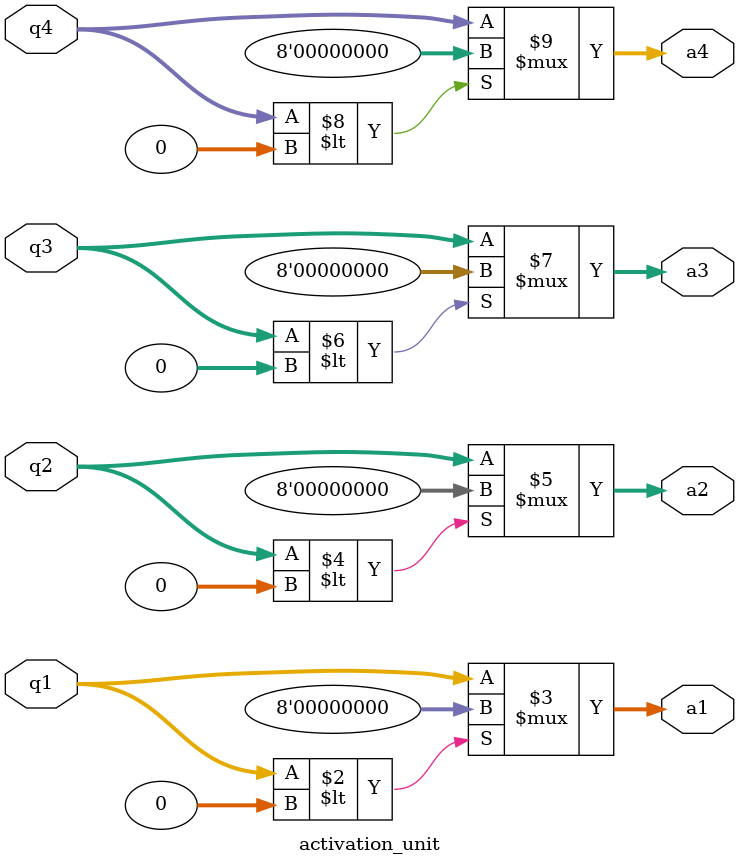
<source format=v>
module activation_unit (
    input wire signed [7:0] q1, q2, q3, q4,
    output reg signed [7:0] a1, a2, a3, a4
);

    always @(*) begin
        a1 = (q1 < 0) ? 8'sd0 : q1;
        a2 = (q2 < 0) ? 8'sd0 : q2;
        a3 = (q3 < 0) ? 8'sd0 : q3;
        a4 = (q4 < 0) ? 8'sd0 : q4;
    end

endmodule

</source>
